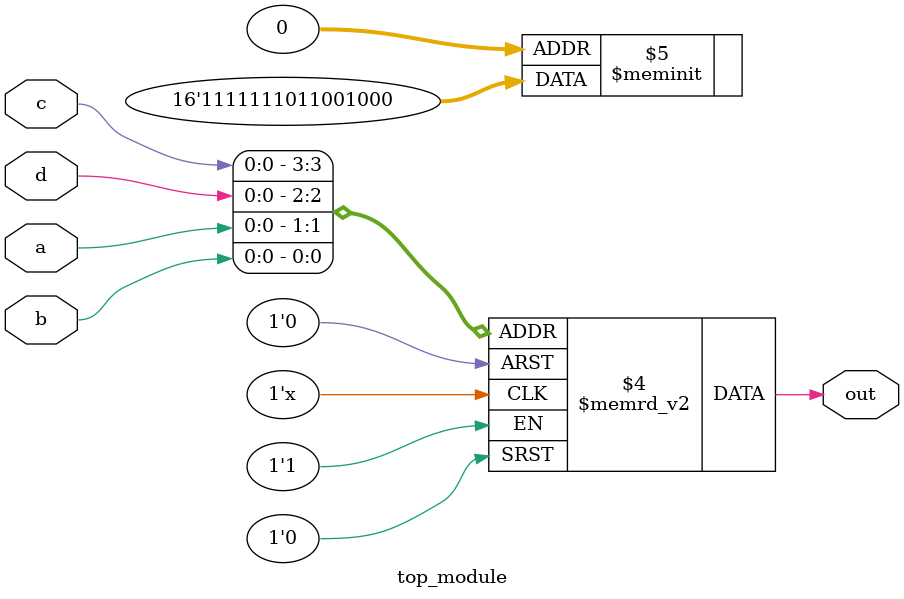
<source format=sv>
module top_module (
    input a,
    input b,
    input c,
    input d,
    output reg out
);

always @(*) begin
    case({c, d, a, b})
        4'b0010: out = 1'b0;
        4'b0011: out = 1'b1;
        4'b0110: out = 1'b1;
        4'b0111: out = 1'b1;
        4'b0001: out = 1'b0;
        4'b0000: out = 1'b0;
        4'b1010: out = 1'b1;
        4'b1011: out = 1'b1;
        4'b1110: out = 1'b1;
        4'b1111: out = 1'b1;
        4'b0100: out = 1'b0;
        4'b0101: out = 1'b0;
        4'b1100: out = 1'b1;
        4'b1101: out = 1'b1;
        4'b1000: out = 1'b0;
        4'b1001: out = 1'b1;
        default: out = 1'b0;  // Don't-care state handled conveniently as 0
    endcase
end

endmodule

</source>
